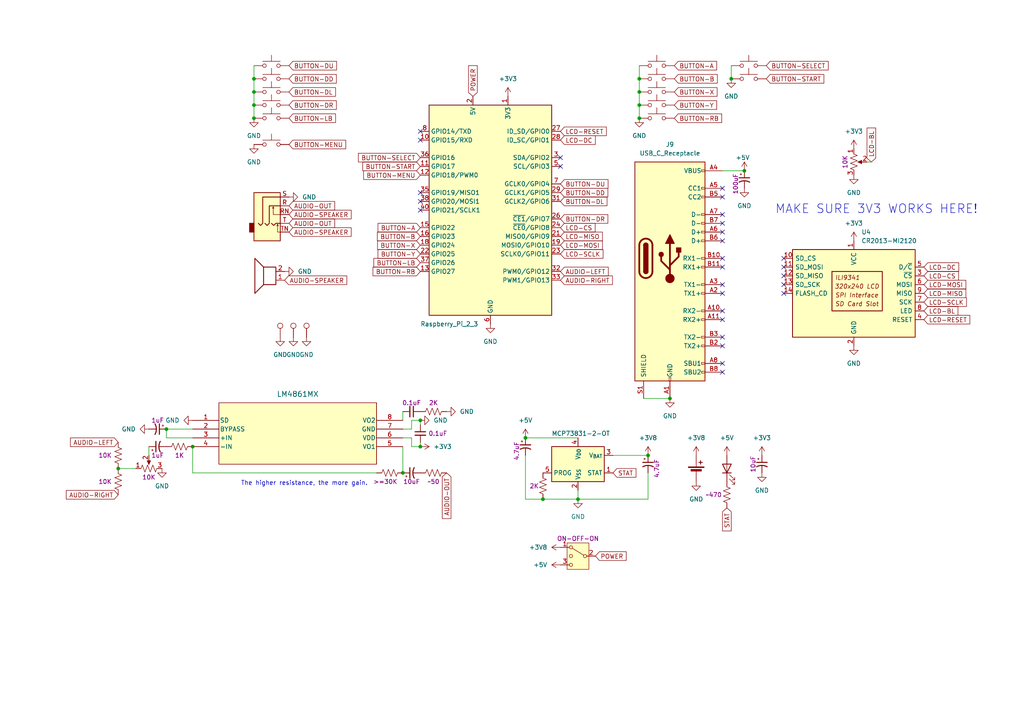
<source format=kicad_sch>
(kicad_sch (version 20230121) (generator eeschema)
  (paper "A4")
  (lib_symbols
    (symbol "Battery_Management:MCP73831-2-OT"
      (property "Reference" "U" (at -7.62 6.35 0))
      (property "Value" "MCP73831-2-OT" (at 1.27 6.35 0))
      (symbol "MCP73831-2-OT_0_1"
        (rectangle (start -7.62 5.08) (end 7.62 -5.08) (stroke (width 0.254)) (fill (type background)))
      )
      (symbol "MCP73831-2-OT_1_1"
        (pin tri_state line (at 10.16 -2.54 180) (length 2.54) (name "STAT") (number "1"))
        (pin power_in line (at 0 -7.62 90) (length 2.54) (name "V_{SS}") (number "2"))
        (pin power_out line (at 10.16 2.54 180) (length 2.54) (name "V_{BAT}") (number "3"))
        (pin power_in line (at 0 7.62 270) (length 2.54) (name "V_{DD}") (number "4"))
        (pin input line (at -10.16 -2.54 0) (length 2.54) (name "PROG") (number "5"))
      )
    )
    (symbol "Connector:Raspberry_Pi_2_3"
      (property "Reference" "J" (at -17.78 31.75 0))
      (property "Value" "Raspberry_Pi_2_3" (at 10.16 -31.75 0))
      (symbol "Raspberry_Pi_2_3_0_1"
        (rectangle (start -17.78 30.48) (end 17.78 -30.48) (stroke (width 0.254)) (fill (type background)))
      )
      (symbol "Raspberry_Pi_2_3_1_1"
        (pin power_in line (at 5.08 33.02 270) (length 2.54) (name "3V3") (number "1"))
        (pin bidirectional line (at -20.32 20.32 0) (length 2.54) (name "GPIO15/RXD") (number "10"))
        (pin bidirectional line (at -20.32 12.7 0) (length 2.54) (name "GPIO17") (number "11"))
        (pin bidirectional line (at -20.32 10.16 0) (length 2.54) (name "GPIO18/PWM0") (number "12"))
        (pin bidirectional line (at -20.32 -17.78 0) (length 2.54) (name "GPIO27") (number "13"))
        (pin passive line (at 0 -33.02 90) (length 2.54) hide (name "GND") (number "14"))
        (pin bidirectional line (at -20.32 -5.08 0) (length 2.54) (name "GPIO22") (number "15"))
        (pin bidirectional line (at -20.32 -7.62 0) (length 2.54) (name "GPIO23") (number "16"))
        (pin passive line (at 5.08 33.02 270) (length 2.54) hide (name "3V3") (number "17"))
        (pin bidirectional line (at -20.32 -10.16 0) (length 2.54) (name "GPIO24") (number "18"))
        (pin bidirectional line (at 20.32 -10.16 180) (length 2.54) (name "MOSI0/GPIO10") (number "19"))
        (pin power_in line (at -5.08 33.02 270) (length 2.54) (name "5V") (number "2"))
        (pin passive line (at 0 -33.02 90) (length 2.54) hide (name "GND") (number "20"))
        (pin bidirectional line (at 20.32 -7.62 180) (length 2.54) (name "MISO0/GPIO9") (number "21"))
        (pin bidirectional line (at -20.32 -12.7 0) (length 2.54) (name "GPIO25") (number "22"))
        (pin bidirectional line (at 20.32 -12.7 180) (length 2.54) (name "SCLK0/GPIO11") (number "23"))
        (pin bidirectional line (at 20.32 -5.08 180) (length 2.54) (name "~{CE0}/GPIO8") (number "24"))
        (pin passive line (at 0 -33.02 90) (length 2.54) hide (name "GND") (number "25"))
        (pin bidirectional line (at 20.32 -2.54 180) (length 2.54) (name "~{CE1}/GPIO7") (number "26"))
        (pin bidirectional line (at 20.32 22.86 180) (length 2.54) (name "ID_SD/GPIO0") (number "27"))
        (pin bidirectional line (at 20.32 20.32 180) (length 2.54) (name "ID_SC/GPIO1") (number "28"))
        (pin bidirectional line (at 20.32 5.08 180) (length 2.54) (name "GCLK1/GPIO5") (number "29"))
        (pin bidirectional line (at 20.32 15.24 180) (length 2.54) (name "SDA/GPIO2") (number "3"))
        (pin passive line (at 0 -33.02 90) (length 2.54) hide (name "GND") (number "30"))
        (pin bidirectional line (at 20.32 2.54 180) (length 2.54) (name "GCLK2/GPIO6") (number "31"))
        (pin bidirectional line (at 20.32 -17.78 180) (length 2.54) (name "PWM0/GPIO12") (number "32"))
        (pin bidirectional line (at 20.32 -20.32 180) (length 2.54) (name "PWM1/GPIO13") (number "33"))
        (pin passive line (at 0 -33.02 90) (length 2.54) hide (name "GND") (number "34"))
        (pin bidirectional line (at -20.32 5.08 0) (length 2.54) (name "GPIO19/MISO1") (number "35"))
        (pin bidirectional line (at -20.32 15.24 0) (length 2.54) (name "GPIO16") (number "36"))
        (pin bidirectional line (at -20.32 -15.24 0) (length 2.54) (name "GPIO26") (number "37"))
        (pin bidirectional line (at -20.32 2.54 0) (length 2.54) (name "GPIO20/MOSI1") (number "38"))
        (pin passive line (at 0 -33.02 90) (length 2.54) hide (name "GND") (number "39"))
        (pin passive line (at -5.08 33.02 270) (length 2.54) hide (name "5V") (number "4"))
        (pin bidirectional line (at -20.32 0 0) (length 2.54) (name "GPIO21/SCLK1") (number "40"))
        (pin bidirectional line (at 20.32 12.7 180) (length 2.54) (name "SCL/GPIO3") (number "5"))
        (pin power_in line (at 0 -33.02 90) (length 2.54) (name "GND") (number "6"))
        (pin bidirectional line (at 20.32 7.62 180) (length 2.54) (name "GCLK0/GPIO4") (number "7"))
        (pin bidirectional line (at -20.32 22.86 0) (length 2.54) (name "GPIO14/TXD") (number "8"))
        (pin passive line (at 0 -33.02 90) (length 2.54) hide (name "GND") (number "9"))
      )
    )
    (symbol "Connector:TestPoint" (pin_numbers hide) (pin_names (offset 0.762) hide)
      (property "Reference" "TP" (at 0 6.858 0))
      (property "Value" "TestPoint" (at 0 5.08 0))
      (symbol "TestPoint_0_1"
        (circle (center 0 3.302) (radius 0.762))
      )
      (symbol "TestPoint_1_1"
        (pin passive line (at 0 0 90) (length 2.54) (name "1") (number "1"))
      )
    )
    (symbol "Connector:USB_C_Receptacle" (pin_names (offset 1.016))
      (property "Reference" "J" (at -10.16 29.21 0))
      (property "Value" "USB_C_Receptacle" (at 10.16 29.21 0))
      (symbol "USB_C_Receptacle_0_0"
        (rectangle (start -0.254 -35.56) (end 0.254 -34.544))
        (rectangle (start 10.16 -32.766) (end 9.144 -33.274))
        (rectangle (start 10.16 -30.226) (end 9.144 -30.734))
        (rectangle (start 10.16 -25.146) (end 9.144 -25.654))
        (rectangle (start 10.16 -22.606) (end 9.144 -23.114))
        (rectangle (start 10.16 -17.526) (end 9.144 -18.034))
        (rectangle (start 10.16 -14.986) (end 9.144 -15.494))
        (rectangle (start 10.16 -9.906) (end 9.144 -10.414))
        (rectangle (start 10.16 -7.366) (end 9.144 -7.874))
        (rectangle (start 10.16 -2.286) (end 9.144 -2.794))
        (rectangle (start 10.16 0.254) (end 9.144 -0.254))
        (rectangle (start 10.16 5.334) (end 9.144 4.826))
        (rectangle (start 10.16 7.874) (end 9.144 7.366))
        (rectangle (start 10.16 10.414) (end 9.144 9.906))
        (rectangle (start 10.16 12.954) (end 9.144 12.446))
        (rectangle (start 10.16 18.034) (end 9.144 17.526))
        (rectangle (start 10.16 20.574) (end 9.144 20.066))
        (rectangle (start 10.16 25.654) (end 9.144 25.146))
      )
      (symbol "USB_C_Receptacle_0_1"
        (rectangle (start -10.16 27.94) (end 10.16 -35.56) (stroke (width 0.254)) (fill (type background)))
        (arc (start -8.89 -3.81) (mid -6.985 -5.7067) (end -5.08 -3.81) (stroke (width 0.508)))
        (arc (start -7.62 -3.81) (mid -6.985 -4.4423) (end -6.35 -3.81) (stroke (width 0.254)))
        (arc (start -7.62 -3.81) (mid -6.985 -4.4423) (end -6.35 -3.81) (stroke (width 0.254)) (fill (type outline)))
        (rectangle (start -7.62 -3.81) (end -6.35 3.81) (stroke (width 0.254)) (fill (type outline)))
        (arc (start -6.35 3.81) (mid -6.985 4.4423) (end -7.62 3.81) (stroke (width 0.254)))
        (arc (start -6.35 3.81) (mid -6.985 4.4423) (end -7.62 3.81) (stroke (width 0.254)) (fill (type outline)))
        (arc (start -5.08 3.81) (mid -6.985 5.7067) (end -8.89 3.81) (stroke (width 0.508)))
        (polyline (pts (xy -8.89 -3.81) (xy -8.89 3.81)) (stroke (width 0.508)))
        (polyline (pts (xy -5.08 3.81) (xy -5.08 -3.81)) (stroke (width 0.508)))
      )
      (symbol "USB_C_Receptacle_1_1"
        (circle (center -2.54 1.143) (radius 0.635) (stroke (width 0.254)) (fill (type outline)))
        (circle (center 0 -5.842) (radius 1.27) (fill (type outline)))
        (polyline (pts (xy 0 -5.842) (xy 0 4.318)) (stroke (width 0.508)))
        (polyline (pts (xy 0 -3.302) (xy -2.54 -0.762) (xy -2.54 0.508)) (stroke (width 0.508)))
        (polyline (pts (xy 0 -2.032) (xy 2.54 0.508) (xy 2.54 1.778)) (stroke (width 0.508)))
        (polyline (pts (xy -1.27 4.318) (xy 0 6.858) (xy 1.27 4.318) (xy -1.27 4.318)) (stroke (width 0.254)) (fill (type outline)))
        (rectangle (start 1.905 1.778) (end 3.175 3.048) (stroke (width 0.254)) (fill (type outline)))
        (pin passive line (at 0 -40.64 90) (length 5.08) (name "GND") (number "A1"))
        (pin bidirectional line (at 15.24 -15.24 180) (length 5.08) (name "RX2-") (number "A10"))
        (pin bidirectional line (at 15.24 -17.78 180) (length 5.08) (name "RX2+") (number "A11"))
        (pin passive line (at 0 -40.64 90) (length 5.08) hide (name "GND") (number "A12"))
        (pin bidirectional line (at 15.24 -10.16 180) (length 5.08) (name "TX1+") (number "A2"))
        (pin bidirectional line (at 15.24 -7.62 180) (length 5.08) (name "TX1-") (number "A3"))
        (pin passive line (at 15.24 25.4 180) (length 5.08) (name "VBUS") (number "A4"))
        (pin bidirectional line (at 15.24 20.32 180) (length 5.08) (name "CC1") (number "A5"))
        (pin bidirectional line (at 15.24 7.62 180) (length 5.08) (name "D+") (number "A6"))
        (pin bidirectional line (at 15.24 12.7 180) (length 5.08) (name "D-") (number "A7"))
        (pin bidirectional line (at 15.24 -30.48 180) (length 5.08) (name "SBU1") (number "A8"))
        (pin passive line (at 15.24 25.4 180) (length 5.08) hide (name "VBUS") (number "A9"))
        (pin passive line (at 0 -40.64 90) (length 5.08) hide (name "GND") (number "B1"))
        (pin bidirectional line (at 15.24 0 180) (length 5.08) (name "RX1-") (number "B10"))
        (pin bidirectional line (at 15.24 -2.54 180) (length 5.08) (name "RX1+") (number "B11"))
        (pin passive line (at 0 -40.64 90) (length 5.08) hide (name "GND") (number "B12"))
        (pin bidirectional line (at 15.24 -25.4 180) (length 5.08) (name "TX2+") (number "B2"))
        (pin bidirectional line (at 15.24 -22.86 180) (length 5.08) (name "TX2-") (number "B3"))
        (pin passive line (at 15.24 25.4 180) (length 5.08) hide (name "VBUS") (number "B4"))
        (pin bidirectional line (at 15.24 17.78 180) (length 5.08) (name "CC2") (number "B5"))
        (pin bidirectional line (at 15.24 5.08 180) (length 5.08) (name "D+") (number "B6"))
        (pin bidirectional line (at 15.24 10.16 180) (length 5.08) (name "D-") (number "B7"))
        (pin bidirectional line (at 15.24 -33.02 180) (length 5.08) (name "SBU2") (number "B8"))
        (pin passive line (at 15.24 25.4 180) (length 5.08) hide (name "VBUS") (number "B9"))
        (pin passive line (at -7.62 -40.64 90) (length 5.08) (name "SHIELD") (number "S1"))
      )
    )
    (symbol "Connector_Audio:AudioJack3_SwitchTR"
      (property "Reference" "J" (at 0 8.89 0))
      (property "Value" "AudioJack3_SwitchTR" (at 0 6.35 0))
      (symbol "AudioJack3_SwitchTR_0_1"
        (rectangle (start -5.08 -5.08) (end -6.35 -7.62) (stroke (width 0.254)) (fill (type outline)))
        (polyline (pts (xy 0.508 -0.254) (xy 0.762 -0.762)))
        (polyline (pts (xy 1.778 -5.334) (xy 2.032 -5.842)))
        (polyline (pts (xy 0 -5.08) (xy 0.635 -5.715) (xy 1.27 -5.08) (xy 2.54 -5.08)) (stroke (width 0.254)))
        (polyline (pts (xy 2.54 -7.62) (xy 1.778 -7.62) (xy 1.778 -5.334) (xy 1.524 -5.842)))
        (polyline (pts (xy 2.54 -2.54) (xy 0.508 -2.54) (xy 0.508 -0.254) (xy 0.254 -0.762)))
        (polyline (pts (xy -1.905 -5.08) (xy -1.27 -5.715) (xy -0.635 -5.08) (xy -0.635 0) (xy 2.54 0)) (stroke (width 0.254)))
        (polyline (pts (xy 2.54 2.54) (xy -2.54 2.54) (xy -2.54 -5.08) (xy -3.175 -5.715) (xy -3.81 -5.08)) (stroke (width 0.254)))
        (rectangle (start 2.54 3.81) (end -5.08 -10.16) (stroke (width 0.254)) (fill (type background)))
      )
      (symbol "AudioJack3_SwitchTR_1_1"
        (pin passive line (at 5.08 0 180) (length 2.54) (name "~") (number "R"))
        (pin passive line (at 5.08 -2.54 180) (length 2.54) (name "~") (number "RN"))
        (pin passive line (at 5.08 2.54 180) (length 2.54) (name "~") (number "S"))
        (pin passive line (at 5.08 -5.08 180) (length 2.54) (name "~") (number "T"))
        (pin passive line (at 5.08 -7.62 180) (length 2.54) (name "~") (number "TN"))
      )
    )
    (symbol "Device:Battery_Cell" (pin_numbers hide) (pin_names (offset 0) hide)
      (property "Reference" "BT" (at 2.54 2.54 0))
      (property "Value" "Battery_Cell" (at 2.54 0 0))
      (symbol "Battery_Cell_0_1"
        (rectangle (start -2.286 1.778) (end 2.286 1.524) (fill (type outline)))
        (rectangle (start -1.524 1.016) (end 1.524 0.508) (fill (type outline)))
        (polyline (pts (xy 0 0.762) (xy 0 0)))
        (polyline (pts (xy 0 1.778) (xy 0 2.54)))
        (polyline (pts (xy 0.762 3.048) (xy 1.778 3.048)) (stroke (width 0.254)))
        (polyline (pts (xy 1.27 3.556) (xy 1.27 2.54)) (stroke (width 0.254)))
      )
      (symbol "Battery_Cell_1_1"
        (pin passive line (at 0 5.08 270) (length 2.54) (name "+") (number "1"))
        (pin passive line (at 0 -2.54 90) (length 2.54) (name "-") (number "2"))
      )
    )
    (symbol "Device:C_Polarized_Small_US" (pin_numbers hide) (pin_names (offset 0.254) hide)
      (property "Reference" "C" (at 0.254 1.778 0))
      (property "Value" "C_Polarized_Small_US" (at 0.254 -2.032 0))
      (symbol "C_Polarized_Small_US_0_1"
        (polyline (pts (xy -1.524 0.508) (xy 1.524 0.508)) (stroke (width 0.3048)))
        (polyline (pts (xy -1.27 1.524) (xy -0.762 1.524)))
        (polyline (pts (xy -1.016 1.27) (xy -1.016 1.778)))
        (arc (start 1.524 -0.762) (mid 0 -0.3734) (end -1.524 -0.762) (stroke (width 0.3048)))
      )
      (symbol "C_Polarized_Small_US_1_1"
        (pin passive line (at 0 2.54 270) (length 2.032) (name "~") (number "1"))
        (pin passive line (at 0 -2.54 90) (length 2.032) (name "~") (number "2"))
      )
    )
    (symbol "Device:C_Small" (pin_numbers hide) (pin_names (offset 0.254) hide)
      (property "Reference" "C" (at 0.254 1.778 0))
      (property "Value" "C_Small" (at 0.254 -2.032 0))
      (symbol "C_Small_0_1"
        (polyline (pts (xy -1.524 -0.508) (xy 1.524 -0.508)) (stroke (width 0.3302)))
        (polyline (pts (xy -1.524 0.508) (xy 1.524 0.508)) (stroke (width 0.3048)))
      )
      (symbol "C_Small_1_1"
        (pin passive line (at 0 2.54 270) (length 2.032) (name "~") (number "1"))
        (pin passive line (at 0 -2.54 90) (length 2.032) (name "~") (number "2"))
      )
    )
    (symbol "Device:LED" (pin_numbers hide) (pin_names (offset 1.016) hide)
      (property "Reference" "D" (at 0 2.54 0))
      (property "Value" "LED" (at 0 -2.54 0))
      (symbol "LED_0_1"
        (polyline (pts (xy -1.27 -1.27) (xy -1.27 1.27)) (stroke (width 0.254)))
        (polyline (pts (xy -1.27 0) (xy 1.27 0)))
        (polyline (pts (xy 1.27 -1.27) (xy 1.27 1.27) (xy -1.27 0) (xy 1.27 -1.27)) (stroke (width 0.254)))
        (polyline (pts (xy -3.048 -0.762) (xy -4.572 -2.286) (xy -3.81 -2.286) (xy -4.572 -2.286) (xy -4.572 -1.524)))
        (polyline (pts (xy -1.778 -0.762) (xy -3.302 -2.286) (xy -2.54 -2.286) (xy -3.302 -2.286) (xy -3.302 -1.524)))
      )
      (symbol "LED_1_1"
        (pin passive line (at -3.81 0 0) (length 2.54) (name "K") (number "1"))
        (pin passive line (at 3.81 0 180) (length 2.54) (name "A") (number "2"))
      )
    )
    (symbol "Device:R_Potentiometer_US" (pin_names (offset 1.016) hide)
      (property "Reference" "RV" (at -4.445 0 90))
      (property "Value" "R_Potentiometer_US" (at -2.54 0 90))
      (symbol "R_Potentiometer_US_0_1"
        (polyline (pts (xy 0 -2.286) (xy 0 -2.54)))
        (polyline (pts (xy 0 2.54) (xy 0 2.286)))
        (polyline (pts (xy 2.54 0) (xy 1.524 0)))
        (polyline (pts (xy 1.143 0) (xy 2.286 0.508) (xy 2.286 -0.508) (xy 1.143 0)) (fill (type outline)))
        (polyline (pts (xy 0 -0.762) (xy 1.016 -1.143) (xy 0 -1.524) (xy -1.016 -1.905) (xy 0 -2.286)))
        (polyline (pts (xy 0 0.762) (xy 1.016 0.381) (xy 0 0) (xy -1.016 -0.381) (xy 0 -0.762)))
        (polyline (pts (xy 0 2.286) (xy 1.016 1.905) (xy 0 1.524) (xy -1.016 1.143) (xy 0 0.762)))
      )
      (symbol "R_Potentiometer_US_1_1"
        (pin passive line (at 0 3.81 270) (length 1.27) (name "1") (number "1"))
        (pin passive line (at 3.81 0 180) (length 1.27) (name "2") (number "2"))
        (pin passive line (at 0 -3.81 90) (length 1.27) (name "3") (number "3"))
      )
    )
    (symbol "Device:R_US" (pin_numbers hide) (pin_names (offset 0))
      (property "Reference" "R" (at 2.54 0 90))
      (property "Value" "R_US" (at -2.54 0 90))
      (symbol "R_US_0_1"
        (polyline (pts (xy 0 -2.286) (xy 0 -2.54)))
        (polyline (pts (xy 0 2.286) (xy 0 2.54)))
        (polyline (pts (xy 0 -0.762) (xy 1.016 -1.143) (xy 0 -1.524) (xy -1.016 -1.905) (xy 0 -2.286)))
        (polyline (pts (xy 0 0.762) (xy 1.016 0.381) (xy 0 0) (xy -1.016 -0.381) (xy 0 -0.762)))
        (polyline (pts (xy 0 2.286) (xy 1.016 1.905) (xy 0 1.524) (xy -1.016 1.143) (xy 0 0.762)))
      )
      (symbol "R_US_1_1"
        (pin passive line (at 0 3.81 270) (length 1.27) (name "~") (number "1"))
        (pin passive line (at 0 -3.81 90) (length 1.27) (name "~") (number "2"))
      )
    )
    (symbol "Device:Speaker" (pin_names (offset 0) hide)
      (property "Reference" "LS" (at 1.27 5.715 0))
      (property "Value" "Speaker" (at 1.27 3.81 0))
      (symbol "Speaker_0_0"
        (rectangle (start -2.54 1.27) (end 1.016 -3.81) (stroke (width 0.254)))
        (polyline (pts (xy 1.016 1.27) (xy 3.556 3.81) (xy 3.556 -6.35) (xy 1.016 -3.81)) (stroke (width 0.254)))
      )
      (symbol "Speaker_1_1"
        (pin input line (at -5.08 0 0) (length 2.54) (name "1") (number "1"))
        (pin input line (at -5.08 -2.54 0) (length 2.54) (name "2") (number "2"))
      )
    )
    (symbol "Driver_Display:CR2013-MI2120" (pin_names (offset 0.762))
      (property "Reference" "U" (at -17.526 13.97 0))
      (property "Value" "CR2013-MI2120" (at 1.905 13.97 0))
      (symbol "CR2013-MI2120_0_0"
        (text "320x240 LCD" (at 0.889 2.032 0) (effects (font (size 1.27 1.27) italic)))
        (text "ILI9341" (at -5.461 4.572 0) (effects (font (size 1.27 1.27) italic) (justify left)))
        (text "SD Card Slot" (at -5.461 -3.048 0) (effects (font (size 1.27 1.27) italic) (justify left)))
        (text "SPI Interface" (at -5.461 -0.508 0) (effects (font (size 1.27 1.27) italic) (justify left)))
      )
      (symbol "CR2013-MI2120_0_1"
        (rectangle (start -17.78 12.7) (end 17.78 -12.7) (stroke (width 0.254)) (fill (type background)))
        (rectangle (start -6.35 6.35) (end 8.255 -5.08) (stroke (width 0.254)))
      )
      (symbol "CR2013-MI2120_1_1"
        (pin power_in line (at 0 15.24 270) (length 2.54) (name "VCC") (number "1"))
        (pin input line (at -20.32 10.16 0) (length 2.54) (name "SD_CS") (number "10"))
        (pin input line (at -20.32 7.62 0) (length 2.54) (name "SD_MOSI") (number "11"))
        (pin output line (at -20.32 5.08 0) (length 2.54) (name "SD_MISO") (number "12"))
        (pin input line (at -20.32 2.54 0) (length 2.54) (name "SD_SCK") (number "13"))
        (pin input line (at -20.32 0 0) (length 2.54) (name "FLASH_CD") (number "14"))
        (pin power_in line (at 0 -15.24 90) (length 2.54) (name "GND") (number "2"))
        (pin input line (at 20.32 5.08 180) (length 2.54) (name "~{CS}") (number "3"))
        (pin input line (at 20.32 -7.62 180) (length 2.54) (name "RESET") (number "4"))
        (pin input line (at 20.32 7.62 180) (length 2.54) (name "D/~{C}") (number "5"))
        (pin input line (at 20.32 2.54 180) (length 2.54) (name "MOSI") (number "6"))
        (pin input line (at 20.32 -2.54 180) (length 2.54) (name "SCK") (number "7"))
        (pin input line (at 20.32 -5.08 180) (length 2.54) (name "LED") (number "8"))
        (pin output line (at 20.32 0 180) (length 2.54) (name "MISO") (number "9"))
      )
    )
    (symbol "LM4861:LM4861MX" (pin_names (offset 0.254))
      (property "Reference" "U3" (at 30.48 10.16 0))
      (property "Value" "LM4861MX" (at 30.48 7.62 0))
      (symbol "LM4861MX_0_1"
        (polyline (pts (xy 7.62 -12.7) (xy 53.34 -12.7)) (stroke (width 0.127)))
        (polyline (pts (xy 7.62 5.08) (xy 7.62 -12.7)) (stroke (width 0.127)))
        (polyline (pts (xy 53.34 -12.7) (xy 53.34 5.08)) (stroke (width 0.127)))
        (polyline (pts (xy 53.34 5.08) (xy 7.62 5.08)) (stroke (width 0.127)))
        (pin input line (at 0 0 0) (length 7.62) (name "SD") (number "1"))
        (pin passive line (at 0 -2.54 0) (length 7.62) (name "BYPASS") (number "2"))
        (pin input line (at 0 -5.08 0) (length 7.62) (name "+IN") (number "3"))
        (pin input line (at 0 -7.62 0) (length 7.62) (name "-IN") (number "4"))
        (pin output line (at 60.96 -7.62 180) (length 7.62) (name "VO1") (number "5"))
        (pin power_in line (at 60.96 -5.08 180) (length 7.62) (name "VDD") (number "6"))
        (pin power_in line (at 60.96 -2.54 180) (length 7.62) (name "GND") (number "7"))
        (pin output line (at 60.96 0 180) (length 7.62) (name "VO2") (number "8"))
      )
      (symbol "LM4861MX_1_1"
        (rectangle (start 7.62 5.08) (end 53.34 -12.7) (fill (type background)))
      )
    )
    (symbol "Switch:SW_Push" (pin_numbers hide) (pin_names (offset 1.016) hide)
      (property "Reference" "SW" (at 1.27 2.54 0))
      (property "Value" "SW_Push" (at 0 -1.524 0))
      (symbol "SW_Push_0_1"
        (circle (center -2.032 0) (radius 0.508))
        (polyline (pts (xy 0 1.27) (xy 0 3.048)))
        (polyline (pts (xy 2.54 1.27) (xy -2.54 1.27)))
        (circle (center 2.032 0) (radius 0.508))
        (pin passive line (at -5.08 0 0) (length 2.54) (name "1") (number "1"))
        (pin passive line (at 5.08 0 180) (length 2.54) (name "2") (number "2"))
      )
    )
    (symbol "Switch:SW_SPDT_MSM" (pin_names (offset 0) hide)
      (property "Reference" "SW" (at 0 5.08 0))
      (property "Value" "SW_SPDT_MSM" (at 0 -5.08 0))
      (symbol "SW_SPDT_MSM_0_1"
        (circle (center -2.032 0) (radius 0.4572))
        (polyline (pts (xy -1.651 0.254) (xy 1.651 2.286)))
        (circle (center 2.032 -2.54) (radius 0.4572))
        (circle (center 2.032 0) (radius 0.4572))
        (circle (center 2.032 2.54) (radius 0.4572))
      )
      (symbol "SW_SPDT_MSM_1_1"
        (rectangle (start -3.175 3.81) (end 3.175 -3.81) (fill (type background)))
        (pin passive line (at 5.08 2.54 180) (length 2.54) (name "1") (number "1"))
        (pin passive line (at -5.08 0 0) (length 2.54) (name "3") (number "2"))
        (pin passive line (at 5.08 -2.54 180) (length 2.54) (name "4") (number "3"))
      )
    )
    (symbol "power:+3V3" (power) (pin_names (offset 0))
      (property "Value" "+3V3" (at 0 3.556 0))
      (symbol "+3V3_0_1"
        (polyline (pts (xy -0.762 1.27) (xy 0 2.54)))
        (polyline (pts (xy 0 0) (xy 0 2.54)))
        (polyline (pts (xy 0 2.54) (xy 0.762 1.27)))
      )
      (symbol "+3V3_1_1"
        (pin power_in line (at 0 0 90) (length 0) hide (name "+3V3") (number "1"))
      )
    )
    (symbol "power:+3V8" (power) (pin_names (offset 0))
      (property "Value" "+3V8" (at 0 3.556 0))
      (symbol "+3V8_0_1"
        (polyline (pts (xy -0.762 1.27) (xy 0 2.54)))
        (polyline (pts (xy 0 0) (xy 0 2.54)))
        (polyline (pts (xy 0 2.54) (xy 0.762 1.27)))
      )
      (symbol "+3V8_1_1"
        (pin power_in line (at 0 0 90) (length 0) hide (name "+3V8") (number "1"))
      )
    )
    (symbol "power:+5V" (power) (pin_names (offset 0))
      (property "Value" "+5V" (at 0 3.556 0))
      (symbol "+5V_0_1"
        (polyline (pts (xy -0.762 1.27) (xy 0 2.54)))
        (polyline (pts (xy 0 0) (xy 0 2.54)))
        (polyline (pts (xy 0 2.54) (xy 0.762 1.27)))
      )
      (symbol "+5V_1_1"
        (pin power_in line (at 0 0 90) (length 0) hide (name "+5V") (number "1"))
      )
    )
    (symbol "power:GND" (power) (pin_names (offset 0))
      (property "Value" "GND" (at 0 -3.81 0))
      (symbol "GND_0_1"
        (polyline (pts (xy 0 0) (xy 0 -1.27) (xy 1.27 -1.27) (xy 0 -2.54) (xy -1.27 -1.27) (xy 0 -1.27)))
      )
      (symbol "GND_1_1"
        (pin power_in line (at 0 0 270) (length 0) hide (name "GND") (number "1"))
      )
    )
  )
  (junction (at 152.4 127))
  (junction (at 55.88 129.54))
  (junction (at 157.48 144.78))
  (junction (at 73.66 22.86))
  (junction (at 187.96 132.08))
  (junction (at 121.92 129.54))
  (junction (at 185.42 22.86))
  (junction (at 167.64 144.78))
  (junction (at 212.09 22.86))
  (junction (at 215.9 49.53))
  (junction (at 194.31 115.57))
  (junction (at 116.84 137.16))
  (junction (at 48.26 124.46))
  (junction (at 185.42 26.67))
  (junction (at 34.29 135.89))
  (junction (at 121.92 121.92))
  (junction (at 73.66 34.29))
  (junction (at 185.42 30.48))
  (junction (at 185.42 34.29))
  (junction (at 73.66 30.48))
  (junction (at 73.66 26.67))
  (no_connect (at 209.55 100.33))
  (no_connect (at 227.33 74.93))
  (no_connect (at 209.55 74.93))
  (no_connect (at 209.55 57.15))
  (no_connect (at 209.55 92.71))
  (no_connect (at 209.55 90.17))
  (no_connect (at 227.33 80.01))
  (no_connect (at 209.55 97.79))
  (no_connect (at 121.92 40.64))
  (no_connect (at 209.55 64.77))
  (no_connect (at 121.92 60.96))
  (no_connect (at 227.33 77.47))
  (no_connect (at 162.56 45.72))
  (no_connect (at 209.55 62.23))
  (no_connect (at 209.55 85.09))
  (no_connect (at 209.55 105.41))
  (no_connect (at 121.92 38.1))
  (no_connect (at 209.55 69.85))
  (no_connect (at 227.33 82.55))
  (no_connect (at 209.55 107.95))
  (no_connect (at 162.56 48.26))
  (no_connect (at 121.92 58.42))
  (no_connect (at 209.55 82.55))
  (no_connect (at 209.55 54.61))
  (no_connect (at 209.55 67.31))
  (no_connect (at 227.33 85.09))
  (no_connect (at 209.55 77.47))
  (no_connect (at 121.92 55.88))
  (wire (pts (xy 252.73 46.99) (xy 251.46 46.99)))
  (wire (pts (xy 152.4 127) (xy 167.64 127)))
  (wire (pts (xy 119.38 129.54) (xy 121.92 129.54)))
  (wire (pts (xy 34.29 135.89) (xy 39.37 135.89)))
  (wire (pts (xy 209.55 49.53) (xy 215.9 49.53)))
  (wire (pts (xy 73.66 26.67) (xy 73.66 22.86)))
  (wire (pts (xy 157.48 144.78) (xy 167.64 144.78)))
  (wire (pts (xy 119.38 127) (xy 116.84 127)))
  (wire (pts (xy 185.42 30.48) (xy 185.42 26.67)))
  (wire (pts (xy 55.88 127) (xy 48.26 127)))
  (wire (pts (xy 119.38 124.46) (xy 119.38 121.92)))
  (wire (pts (xy 73.66 30.48) (xy 73.66 26.67)))
  (wire (pts (xy 167.64 144.78) (xy 167.64 142.24)))
  (wire (pts (xy 187.96 137.16) (xy 187.96 144.78)))
  (wire (pts (xy 212.09 22.86) (xy 212.09 19.05)))
  (wire (pts (xy 109.22 137.16) (xy 55.88 137.16)))
  (wire (pts (xy 121.92 129.54) (xy 121.92 128.27)))
  (wire (pts (xy 152.4 132.08) (xy 152.4 144.78)))
  (wire (pts (xy 55.88 124.46) (xy 48.26 124.46)))
  (wire (pts (xy 116.84 119.38) (xy 116.84 121.92)))
  (wire (pts (xy 187.96 144.78) (xy 167.64 144.78)))
  (wire (pts (xy 185.42 22.86) (xy 185.42 19.05)))
  (wire (pts (xy 121.92 121.92) (xy 121.92 123.19)))
  (wire (pts (xy 119.38 124.46) (xy 116.84 124.46)))
  (wire (pts (xy 185.42 26.67) (xy 185.42 22.86)))
  (wire (pts (xy 185.42 30.48) (xy 185.42 34.29)))
  (wire (pts (xy 119.38 127) (xy 119.38 129.54)))
  (wire (pts (xy 55.88 137.16) (xy 55.88 129.54)))
  (wire (pts (xy 48.26 124.46) (xy 48.26 127)))
  (wire (pts (xy 73.66 30.48) (xy 73.66 34.29)))
  (wire (pts (xy 43.18 129.54) (xy 43.18 132.08)))
  (wire (pts (xy 194.31 115.57) (xy 186.69 115.57)))
  (wire (pts (xy 187.96 132.08) (xy 177.8 132.08)))
  (wire (pts (xy 73.66 22.86) (xy 73.66 19.05)))
  (wire (pts (xy 116.84 129.54) (xy 116.84 137.16)))
  (wire (pts (xy 152.4 144.78) (xy 157.48 144.78)))
  (wire (pts (xy 119.38 121.92) (xy 121.92 121.92)))
  (text "The higher resistance, the more gain." (at 69.85 140.97 0) (effects (font (size 1.27 1.27)) (justify left bottom)))
  (text "MAKE SURE 3V3 WORKS HERE!" (at 224.79 62.23 0) (effects (font (size 2.54 2.54)) (justify left bottom)))
  (global_label "AUDIO-SPEAKER" (shape input) (at 83.82 62.23 0) (property "Intersheetrefs" "${INTERSHEET_REFS}" (effects hide)))
  (global_label "BUTTON-SELECT" (shape input) (at 121.92 45.72 180) (property "Intersheetrefs" "${INTERSHEET_REFS}" (effects hide)))
  (global_label "BUTTON-DL" (shape input) (at 162.56 58.42 0) (property "Intersheetrefs" "${INTERSHEET_REFS}" (effects hide)))
  (global_label "BUTTON-B" (shape input) (at 195.58 22.86 0) (property "Intersheetrefs" "${INTERSHEET_REFS}" (effects hide)))
  (global_label "AUDIO-OUT" (shape input) (at 83.82 59.69 0) (property "Intersheetrefs" "${INTERSHEET_REFS}" (effects hide)))
  (global_label "BUTTON-LB" (shape input) (at 121.92 76.2 180) (property "Intersheetrefs" "${INTERSHEET_REFS}" (effects hide)))
  (global_label "LCD-MISO" (shape input) (at 162.56 68.58 0) (property "Intersheetrefs" "${INTERSHEET_REFS}" (effects hide)))
  (global_label "LCD-SCLK" (shape input) (at 162.56 73.66 0) (property "Intersheetrefs" "${INTERSHEET_REFS}" (effects hide)))
  (global_label "AUDIO-OUT" (shape input) (at 83.82 64.77 0) (property "Intersheetrefs" "${INTERSHEET_REFS}" (effects hide)))
  (global_label "LCD-MOSI" (shape input) (at 267.97 82.55 0) (property "Intersheetrefs" "${INTERSHEET_REFS}" (effects hide)))
  (global_label "BUTTON-B" (shape input) (at 121.92 68.58 180) (property "Intersheetrefs" "${INTERSHEET_REFS}" (effects hide)))
  (global_label "BUTTON-X" (shape input) (at 195.58 26.67 0) (property "Intersheetrefs" "${INTERSHEET_REFS}" (effects hide)))
  (global_label "STAT" (shape input) (at 177.8 137.16 0) (property "Intersheetrefs" "${INTERSHEET_REFS}" (effects hide)))
  (global_label "BUTTON-Y" (shape input) (at 121.92 73.66 180) (property "Intersheetrefs" "${INTERSHEET_REFS}" (effects hide)))
  (global_label "BUTTON-A" (shape input) (at 195.58 19.05 0) (property "Intersheetrefs" "${INTERSHEET_REFS}" (effects hide)))
  (global_label "BUTTON-DR" (shape input) (at 83.82 30.48 0) (property "Intersheetrefs" "${INTERSHEET_REFS}" (effects hide)))
  (global_label "AUDIO-LEFT" (shape input) (at 162.56 78.74 0) (property "Intersheetrefs" "${INTERSHEET_REFS}" (effects hide)))
  (global_label "LCD-CS" (shape input) (at 267.97 80.01 0) (property "Intersheetrefs" "${INTERSHEET_REFS}" (effects hide)))
  (global_label "BUTTON-START" (shape input) (at 121.92 48.26 180) (property "Intersheetrefs" "${INTERSHEET_REFS}" (effects hide)))
  (global_label "AUDIO-RIGHT" (shape input) (at 34.29 143.51 180) (property "Intersheetrefs" "${INTERSHEET_REFS}" (effects hide)))
  (global_label "AUDIO-RIGHT" (shape input) (at 162.56 81.28 0) (property "Intersheetrefs" "${INTERSHEET_REFS}" (effects hide)))
  (global_label "BUTTON-MENU" (shape input) (at 83.82 41.91 0) (property "Intersheetrefs" "${INTERSHEET_REFS}" (effects hide)))
  (global_label "BUTTON-RB" (shape input) (at 121.92 78.74 180) (property "Intersheetrefs" "${INTERSHEET_REFS}" (effects hide)))
  (global_label "BUTTON-DU" (shape input) (at 162.56 53.34 0) (property "Intersheetrefs" "${INTERSHEET_REFS}" (effects hide)))
  (global_label "BUTTON-START" (shape input) (at 222.25 22.86 0) (property "Intersheetrefs" "${INTERSHEET_REFS}" (effects hide)))
  (global_label "BUTTON-DD" (shape input) (at 83.82 22.86 0) (property "Intersheetrefs" "${INTERSHEET_REFS}" (effects hide)))
  (global_label "BUTTON-A" (shape input) (at 121.92 66.04 180) (property "Intersheetrefs" "${INTERSHEET_REFS}" (effects hide)))
  (global_label "AUDIO-SPEAKER" (shape input) (at 82.55 81.28 0) (property "Intersheetrefs" "${INTERSHEET_REFS}" (effects hide)))
  (global_label "BUTTON-SELECT" (shape input) (at 222.25 19.05 0) (property "Intersheetrefs" "${INTERSHEET_REFS}" (effects hide)))
  (global_label "LCD-BL" (shape input) (at 267.97 90.17 0) (property "Intersheetrefs" "${INTERSHEET_REFS}" (effects hide)))
  (global_label "POWER" (shape input) (at 172.72 161.29 0) (property "Intersheetrefs" "${INTERSHEET_REFS}" (effects hide)))
  (global_label "BUTTON-DR" (shape input) (at 162.56 63.5 0) (property "Intersheetrefs" "${INTERSHEET_REFS}" (effects hide)))
  (global_label "LCD-DC" (shape input) (at 162.56 40.64 0) (property "Intersheetrefs" "${INTERSHEET_REFS}" (effects hide)))
  (global_label "BUTTON-LB" (shape input) (at 83.82 34.29 0) (property "Intersheetrefs" "${INTERSHEET_REFS}" (effects hide)))
  (global_label "BUTTON-DU" (shape input) (at 83.82 19.05 0) (property "Intersheetrefs" "${INTERSHEET_REFS}" (effects hide)))
  (global_label "LCD-DC" (shape input) (at 267.97 77.47 0) (property "Intersheetrefs" "${INTERSHEET_REFS}" (effects hide)))
  (global_label "LCD-MOSI" (shape input) (at 162.56 71.12 0) (property "Intersheetrefs" "${INTERSHEET_REFS}" (effects hide)))
  (global_label "LCD-RESET" (shape input) (at 267.97 92.71 0) (property "Intersheetrefs" "${INTERSHEET_REFS}" (effects hide)))
  (global_label "BUTTON-RB" (shape input) (at 195.58 34.29 0) (property "Intersheetrefs" "${INTERSHEET_REFS}" (effects hide)))
  (global_label "BUTTON-DD" (shape input) (at 162.56 55.88 0) (property "Intersheetrefs" "${INTERSHEET_REFS}" (effects hide)))
  (global_label "LCD-BL" (shape input) (at 252.73 46.99 90) (property "Intersheetrefs" "${INTERSHEET_REFS}" (effects hide)))
  (global_label "AUDIO-OUT" (shape input) (at 129.54 137.16 270) (property "Intersheetrefs" "${INTERSHEET_REFS}" (effects hide)))
  (global_label "LCD-MISO" (shape input) (at 267.97 85.09 0) (property "Intersheetrefs" "${INTERSHEET_REFS}" (effects hide)))
  (global_label "BUTTON-MENU" (shape input) (at 121.92 50.8 180) (property "Intersheetrefs" "${INTERSHEET_REFS}" (effects hide)))
  (global_label "BUTTON-DL" (shape input) (at 83.82 26.67 0) (property "Intersheetrefs" "${INTERSHEET_REFS}" (effects hide)))
  (global_label "BUTTON-Y" (shape input) (at 195.58 30.48 0) (property "Intersheetrefs" "${INTERSHEET_REFS}" (effects hide)))
  (global_label "LCD-RESET" (shape input) (at 162.56 38.1 0) (property "Intersheetrefs" "${INTERSHEET_REFS}" (effects hide)))
  (global_label "STAT" (shape input) (at 210.82 147.32 270) (property "Intersheetrefs" "${INTERSHEET_REFS}" (effects hide)))
  (global_label "LCD-CS" (shape input) (at 162.56 66.04 0) (property "Intersheetrefs" "${INTERSHEET_REFS}" (effects hide)))
  (global_label "BUTTON-X" (shape input) (at 121.92 71.12 180) (property "Intersheetrefs" "${INTERSHEET_REFS}" (effects hide)))
  (global_label "POWER" (shape input) (at 137.16 27.94 90) (property "Intersheetrefs" "${INTERSHEET_REFS}" (effects hide)))
  (global_label "AUDIO-LEFT" (shape input) (at 34.29 128.27 180) (property "Intersheetrefs" "${INTERSHEET_REFS}" (effects hide)))
  (global_label "AUDIO-SPEAKER" (shape input) (at 83.82 67.31 0) (property "Intersheetrefs" "${INTERSHEET_REFS}" (effects hide)))
  (global_label "LCD-SCLK" (shape input) (at 267.97 87.63 0) (property "Intersheetrefs" "${INTERSHEET_REFS}" (effects hide)))
  (symbol (lib_id "Device:C_Small") (at 119.38 119.38 270) (unit 1)
    (property "Reference" "C7" (effects hide))
    (property "Value" "C_Small" (effects hide))
    (property "Footprint" "Capacitor_SMD:C_1206_3216Metric_Pad1.33x1.80mm_HandSolder" (effects hide))
    (property "Field4" "0.1uF" (at 119.38 116.84 90))
  )
  (symbol (lib_id "power:GND") (at 220.98 137.16 0) (unit 1)
    (property "Reference" "#PWR055" (effects hide))
    (property "Value" "GND" (at 220.98 142.24 0))
  )
  (symbol (lib_id "Device:R_US") (at 157.48 140.97 0) (unit 1)
    (property "Reference" "R1" (effects hide))
    (property "Value" "R_US" (effects hide))
    (property "Footprint" "Resistor_SMD:R_1206_3216Metric_Pad1.30x1.75mm_HandSolder" (effects hide))
    (property "Field4" "2K" (at 154.94 140.97 0))
  )
  (symbol (lib_id "power:+3V3") (at 247.65 69.85 0) (unit 1)
    (property "Reference" "#PWR026" (effects hide))
    (property "Value" "+3V3" (at 247.65 64.77 0))
  )
  (symbol (lib_id "Connector:TestPoint") (at 85.09 97.79 0) (unit 1)
    (property "Reference" "TP3" (effects hide))
    (property "Value" "TestPoint" (effects hide))
    (property "Footprint" "RPi02W-PeanutGB:ScrewHole-RPiZero" (effects hide))
  )
  (symbol (lib_id "power:+5V") (at 215.9 49.53 0) (unit 1)
    (property "Reference" "#PWR023" (effects hide))
    (property "Value" "+5V" (at 213.36 45.72 0) (effects (justify left)))
  )
  (symbol (lib_id "power:GND") (at 247.65 50.8 0) (unit 1)
    (property "Reference" "#PWR014" (effects hide))
    (property "Value" "GND" (at 247.65 55.88 0))
  )
  (symbol (lib_id "Device:C_Polarized_Small_US") (at 45.72 124.46 270) (unit 1)
    (property "Reference" "C4" (effects hide))
    (property "Value" "C_Polarized_Small_US" (effects hide))
    (property "Footprint" "Capacitor_SMD:CP_Elec_4x5.8" (effects hide))
    (property "Field4" "1uF" (at 45.72 121.92 90))
  )
  (symbol (lib_id "power:GND") (at 83.82 57.15 90) (unit 1)
    (property "Reference" "#PWR020" (effects hide))
    (property "Value" "GND" (at 87.63 57.15 90) (effects (justify right)))
  )
  (symbol (lib_id "power:GND") (at 215.9 54.61 0) (unit 1)
    (property "Reference" "#PWR053" (effects hide))
    (property "Value" "GND" (at 215.9 59.69 0))
  )
  (symbol (lib_id "power:+3V3") (at 147.32 27.94 0) (unit 1)
    (property "Reference" "#PWR01" (effects hide))
    (property "Value" "+3V3" (at 147.32 22.86 0))
  )
  (symbol (lib_id "Switch:SW_Push") (at 78.74 30.48 0) (unit 1)
    (property "Reference" "SW5" (effects hide))
    (property "Value" "SW_Push" (effects hide))
    (property "Footprint" "Button_Switch_THT:SW_PUSH_6mm" (effects hide))
  )
  (symbol (lib_id "Switch:SW_SPDT_MSM") (at 167.64 161.29 0) (mirror y) (unit 1)
    (property "Reference" "SW1" (effects hide))
    (property "Value" "SW_SPDT_MSM" (effects hide))
    (property "Footprint" "RPi02W-PeanutGB:48BFSP1M6QT" (effects hide))
    (property "Field4" "ON-OFF-ON" (at 167.64 156.21 0))
  )
  (symbol (lib_id "Device:C_Small") (at 121.92 125.73 0) (unit 1)
    (property "Reference" "C6" (effects hide))
    (property "Value" "C_Small" (effects hide))
    (property "Footprint" "Capacitor_SMD:C_1206_3216Metric_Pad1.33x1.80mm_HandSolder" (effects hide))
    (property "Field4" "0.1uF" (at 127 125.73 0))
  )
  (symbol (lib_id "Device:C_Polarized_Small_US") (at 45.72 129.54 90) (unit 1)
    (property "Reference" "C3" (effects hide))
    (property "Value" "C_Polarized_Small_US" (effects hide))
    (property "Footprint" "Capacitor_SMD:CP_Elec_4x5.8" (effects hide))
    (property "Field4" "1uF" (at 45.72 132.08 90))
  )
  (symbol (lib_id "power:+3V3") (at 220.98 132.08 0) (unit 1)
    (property "Reference" "#PWR054" (effects hide))
    (property "Value" "+3V3" (at 220.98 127 0))
  )
  (symbol (lib_id "power:GND") (at 212.09 22.86 0) (unit 1)
    (property "Reference" "#PWR025" (effects hide))
    (property "Value" "GND" (at 212.09 27.94 0))
  )
  (symbol (lib_id "Switch:SW_Push") (at 190.5 34.29 0) (unit 1)
    (property "Reference" "SW11" (effects hide))
    (property "Value" "SW_Push" (effects hide))
    (property "Footprint" "Button_Switch_THT:SW_Tactile_SPST_Angled_PTS645Vx83-2LFS" (effects hide))
  )
  (symbol (lib_id "Device:R_US") (at 34.29 132.08 0) (unit 1)
    (property "Reference" "R3" (effects hide))
    (property "Value" "R_US" (effects hide))
    (property "Footprint" "Resistor_SMD:R_1206_3216Metric_Pad1.30x1.75mm_HandSolder" (effects hide))
    (property "Field4" "10K" (at 30.48 132.08 0))
  )
  (symbol (lib_id "power:GND") (at 73.66 34.29 0) (unit 1)
    (property "Reference" "#PWR056" (effects hide))
    (property "Value" "GND" (at 73.66 39.37 0))
  )
  (symbol (lib_id "power:GND") (at 129.54 119.38 90) (unit 1)
    (property "Reference" "#PWR021" (effects hide))
    (property "Value" "GND" (at 133.35 119.38 90) (effects (justify right)))
  )
  (symbol (lib_id "power:+3V8") (at 162.56 158.75 90) (unit 1)
    (property "Reference" "#PWR05" (effects hide))
    (property "Value" "+3V8" (at 158.75 158.75 90) (effects (justify left)))
  )
  (symbol (lib_id "power:GND") (at 201.93 139.7 0) (unit 1)
    (property "Reference" "#PWR06" (effects hide))
    (property "Value" "GND" (at 201.93 144.78 0))
  )
  (symbol (lib_id "Switch:SW_Push") (at 78.74 19.05 0) (unit 1)
    (property "Reference" "SW2" (effects hide))
    (property "Value" "SW_Push" (effects hide))
    (property "Footprint" "Button_Switch_THT:SW_PUSH_6mm" (effects hide))
  )
  (symbol (lib_id "Device:Battery_Cell") (at 201.93 137.16 0) (unit 1)
    (property "Reference" "BT1" (effects hide))
    (property "Value" "Battery_Cell" (effects hide))
    (property "Footprint" "Connector_JST:JST_PH_B2B-PH-K_1x02_P2.00mm_Vertical" (effects hide))
  )
  (symbol (lib_id "Device:C_Polarized_Small_US") (at 119.38 137.16 90) (unit 1)
    (property "Reference" "C5" (effects hide))
    (property "Value" "C_Polarized_Small_US" (effects hide))
    (property "Footprint" "Capacitor_SMD:CP_Elec_4x5.8" (effects hide))
    (property "Field4" "10uF" (at 119.38 139.7 90))
  )
  (symbol (lib_id "Device:R_US") (at 125.73 119.38 270) (unit 1)
    (property "Reference" "R8" (effects hide))
    (property "Value" "R_US" (effects hide))
    (property "Footprint" "Resistor_SMD:R_1206_3216Metric_Pad1.30x1.75mm_HandSolder" (effects hide))
    (property "Field4" "2K" (at 125.73 116.84 90))
  )
  (symbol (lib_id "power:GND") (at 142.24 93.98 0) (unit 1)
    (property "Reference" "#PWR03" (effects hide))
    (property "Value" "GND" (at 142.24 99.06 0))
  )
  (symbol (lib_id "power:GND") (at 46.99 135.89 0) (unit 1)
    (property "Reference" "#PWR015" (effects hide))
    (property "Value" "GND" (at 46.99 140.97 0))
  )
  (symbol (lib_id "power:+3V3") (at 247.65 43.18 0) (unit 1)
    (property "Reference" "#PWR036" (effects hide))
    (property "Value" "+3V3" (at 247.65 38.1 0))
  )
  (symbol (lib_id "Device:C_Polarized_Small_US") (at 220.98 134.62 0) (unit 1)
    (property "Reference" "C9" (effects hide))
    (property "Value" "C_Polarized_Small_US" (effects hide))
    (property "Footprint" "Capacitor_SMD:CP_Elec_4x5.8" (effects hide))
    (property "Field4" "10uF" (at 218.44 134.62 90))
  )
  (symbol (lib_id "power:GND") (at 88.9 97.79 0) (unit 1)
    (property "Reference" "#PWR012" (effects hide))
    (property "Value" "GND" (at 88.9 102.87 0))
  )
  (symbol (lib_id "power:GND") (at 167.64 144.78 0) (unit 1)
    (property "Reference" "#PWR09" (effects hide))
    (property "Value" "GND" (at 167.64 149.86 0))
  )
  (symbol (lib_id "Connector:Raspberry_Pi_2_3") (at 142.24 60.96 0) (unit 1)
    (property "Reference" "J1" (effects hide))
    (property "Value" "Raspberry_Pi_2_3" (at 121.92 93.98 0) (effects (justify left)))
    (property "Footprint" "Connector_PinHeader_2.54mm:PinHeader_2x20_P2.54mm_Vertical" (effects hide))
    (property "Datasheet" "https://www.raspberrypi.org/documentation/hardware/raspberrypi/schematics/rpi_SCH_3bplus_1p0_reduced.pdf" (effects hide))
  )
  (symbol (lib_id "power:GND") (at 185.42 34.29 0) (unit 1)
    (property "Reference" "#PWR057" (effects hide))
    (property "Value" "GND" (at 185.42 39.37 0))
  )
  (symbol (lib_id "power:GND") (at 85.09 97.79 0) (unit 1)
    (property "Reference" "#PWR037" (effects hide))
    (property "Value" "GND" (at 85.09 102.87 0))
  )
  (symbol (lib_id "Device:R_Potentiometer_US") (at 247.65 46.99 0) (unit 1)
    (property "Reference" "RV3" (effects hide))
    (property "Value" "R_Potentiometer_US" (effects hide))
    (property "Footprint" "Potentiometer_THT:Potentiometer_Bourns_PTV09A-2_Single_Horizontal" (effects hide))
    (property "Field4" "10K" (at 245.11 46.99 90))
  )
  (symbol (lib_id "power:GND") (at 247.65 100.33 0) (unit 1)
    (property "Reference" "#PWR027" (effects hide))
    (property "Value" "GND" (at 247.65 105.41 0))
  )
  (symbol (lib_id "Connector:USB_C_Receptacle") (at 194.31 74.93 0) (unit 1)
    (property "Reference" "J9" (at 194.31 41.91 0))
    (property "Value" "USB_C_Receptacle" (at 194.31 44.45 0))
    (property "Footprint" "Connector_USB:USB_C_Receptacle_GCT_USB4085" (effects hide))
    (property "Datasheet" "https://www.usb.org/sites/default/files/documents/usb_type-c.zip" (effects hide))
  )
  (symbol (lib_id "Switch:SW_Push") (at 217.17 19.05 0) (unit 1)
    (property "Reference" "SW12" (effects hide))
    (property "Value" "SW_Push" (effects hide))
    (property "Footprint" "Button_Switch_THT:SW_PUSH_6mm" (effects hide))
  )
  (symbol (lib_id "Driver_Display:CR2013-MI2120") (at 247.65 85.09 0) (unit 1)
    (property "Reference" "U4" (at 249.8441 67.31 0) (effects (justify left)))
    (property "Value" "CR2013-MI2120" (at 249.8441 69.85 0) (effects (justify left)))
    (property "Footprint" "Display:CR2013-MI2120" (effects hide))
    (property "Datasheet" "http://pan.baidu.com/s/11Y990" (effects hide))
  )
  (symbol (lib_id "Switch:SW_Push") (at 78.74 22.86 0) (unit 1)
    (property "Reference" "SW3" (effects hide))
    (property "Value" "SW_Push" (effects hide))
    (property "Footprint" "Button_Switch_THT:SW_PUSH_6mm" (effects hide))
  )
  (symbol (lib_id "power:GND") (at 55.88 121.92 270) (unit 1)
    (property "Reference" "#PWR017" (effects hide))
    (property "Value" "GND" (at 52.07 121.92 90) (effects (justify right)))
  )
  (symbol (lib_id "power:GND") (at 194.31 115.57 0) (unit 1)
    (property "Reference" "#PWR024" (effects hide))
    (property "Value" "GND" (at 194.31 120.65 0))
  )
  (symbol (lib_id "Switch:SW_Push") (at 190.5 22.86 0) (unit 1)
    (property "Reference" "SW7" (effects hide))
    (property "Value" "SW_Push" (effects hide))
    (property "Footprint" "Button_Switch_THT:SW_PUSH_6mm" (effects hide))
  )
  (symbol (lib_id "Device:C_Polarized_Small_US") (at 215.9 52.07 0) (unit 1)
    (property "Reference" "C8" (effects hide))
    (property "Value" "C_Polarized_Small_US" (effects hide))
    (property "Footprint" "Capacitor_THT:CP_Radial_D8.0mm_P2.50mm" (effects hide))
    (property "Field4" "100uF" (at 213.36 53.34 90))
  )
  (symbol (lib_id "Device:C_Polarized_Small_US") (at 187.96 134.62 0) (unit 1)
    (property "Reference" "C2" (effects hide))
    (property "Value" "C_Polarized_Small_US" (effects hide))
    (property "Footprint" "Capacitor_SMD:CP_Elec_4x5.8" (effects hide))
    (property "Field4" "4.7uF" (at 190.5 135.89 90))
  )
  (symbol (lib_id "Switch:SW_Push") (at 78.74 26.67 0) (unit 1)
    (property "Reference" "SW4" (effects hide))
    (property "Value" "SW_Push" (effects hide))
    (property "Footprint" "Button_Switch_THT:SW_PUSH_6mm" (effects hide))
  )
  (symbol (lib_id "power:+5V") (at 152.4 127 0) (unit 1)
    (property "Reference" "#PWR08" (effects hide))
    (property "Value" "+5V" (at 152.4 121.92 0))
  )
  (symbol (lib_id "Connector:TestPoint") (at 81.28 97.79 0) (unit 1)
    (property "Reference" "TP1" (effects hide))
    (property "Value" "TestPoint" (effects hide))
    (property "Footprint" "RPi02W-PeanutGB:ScrewHole-RPiZero" (effects hide))
  )
  (symbol (lib_id "Device:R_US") (at 113.03 137.16 270) (unit 1)
    (property "Reference" "R6" (effects hide))
    (property "Value" "R_US" (effects hide))
    (property "Footprint" "Resistor_SMD:R_1206_3216Metric_Pad1.30x1.75mm_HandSolder" (effects hide))
    (property "Field4" ">=30K" (at 111.76 139.7 90))
  )
  (symbol (lib_id "power:+3V3") (at 121.92 129.54 270) (unit 1)
    (property "Reference" "#PWR019" (effects hide))
    (property "Value" "+3V3" (at 125.73 129.54 90) (effects (justify left)))
  )
  (symbol (lib_id "power:+3V8") (at 187.96 132.08 0) (unit 1)
    (property "Reference" "#PWR07" (effects hide))
    (property "Value" "+3V8" (at 187.96 127 0))
  )
  (symbol (lib_id "Connector:TestPoint") (at 88.9 97.79 0) (unit 1)
    (property "Reference" "TP2" (effects hide))
    (property "Value" "TestPoint" (effects hide))
    (property "Footprint" "RPi02W-PeanutGB:ScrewHole-RPiZero" (effects hide))
  )
  (symbol (lib_id "power:+3V8") (at 201.93 132.08 0) (unit 1)
    (property "Reference" "#PWR02" (effects hide))
    (property "Value" "+3V8" (at 201.93 127 0))
  )
  (symbol (lib_id "Device:R_US") (at 210.82 143.51 0) (unit 1)
    (property "Reference" "R2" (effects hide))
    (property "Value" "R_US" (effects hide))
    (property "Footprint" "Resistor_SMD:R_1206_3216Metric_Pad1.30x1.75mm_HandSolder" (effects hide))
    (property "Field4" "~470" (at 207.01 143.51 0))
  )
  (symbol (lib_id "Switch:SW_Push") (at 78.74 34.29 0) (unit 1)
    (property "Reference" "SW10" (effects hide))
    (property "Value" "SW_Push" (effects hide))
    (property "Footprint" "Button_Switch_THT:SW_Tactile_SPST_Angled_PTS645Vx83-2LFS" (effects hide))
  )
  (symbol (lib_id "power:+5V") (at 210.82 132.08 0) (unit 1)
    (property "Reference" "#PWR010" (effects hide))
    (property "Value" "+5V" (at 210.82 127 0))
  )
  (symbol (lib_id "power:GND") (at 43.18 124.46 270) (unit 1)
    (property "Reference" "#PWR016" (effects hide))
    (property "Value" "GND" (at 39.37 124.46 90) (effects (justify right)))
  )
  (symbol (lib_id "Device:R_US") (at 52.07 129.54 270) (unit 1)
    (property "Reference" "R5" (effects hide))
    (property "Value" "R_US" (effects hide))
    (property "Footprint" "Resistor_SMD:R_1206_3216Metric_Pad1.30x1.75mm_HandSolder" (effects hide))
    (property "Field4" "1K" (at 52.07 132.08 90))
  )
  (symbol (lib_id "Device:LED") (at 210.82 135.89 90) (unit 1)
    (property "Reference" "D1" (effects hide))
    (property "Value" "LED" (effects hide))
    (property "Footprint" "RPi02W-PeanutGB:LED_Custom_D5.0mm" (effects hide))
  )
  (symbol (lib_id "Switch:SW_Push") (at 217.17 22.86 0) (unit 1)
    (property "Reference" "SW13" (effects hide))
    (property "Value" "SW_Push" (effects hide))
    (property "Footprint" "Button_Switch_THT:SW_PUSH_6mm" (effects hide))
  )
  (symbol (lib_id "Device:Speaker") (at 77.47 81.28 180) (unit 1)
    (property "Reference" "LS1" (effects hide))
    (property "Value" "Speaker" (effects hide))
    (property "Footprint" "Connector_JST:JST_PH_B2B-PH-K_1x02_P2.00mm_Vertical" (effects hide))
  )
  (symbol (lib_id "Device:C_Polarized_Small_US") (at 152.4 129.54 0) (unit 1)
    (property "Reference" "C1" (effects hide))
    (property "Value" "C_Polarized_Small_US" (effects hide))
    (property "Footprint" "Capacitor_SMD:CP_Elec_4x5.8" (effects hide))
    (property "Field4" "4.7uF" (at 149.86 130.81 90))
  )
  (symbol (lib_id "power:GND") (at 82.55 78.74 90) (unit 1)
    (property "Reference" "#PWR022" (effects hide))
    (property "Value" "GND" (at 86.36 78.74 90) (effects (justify right)))
  )
  (symbol (lib_id "power:+5V") (at 162.56 163.83 90) (unit 1)
    (property "Reference" "#PWR04" (effects hide))
    (property "Value" "+5V" (at 158.75 163.83 90) (effects (justify left)))
  )
  (symbol (lib_id "Battery_Management:MCP73831-2-OT") (at 167.64 134.62 0) (unit 1)
    (property "Reference" "U1" (effects hide))
    (property "Value" "MCP73831-2-OT" (at 160.02 125.73 0) (effects (justify left)))
    (property "Footprint" "Package_TO_SOT_SMD:SOT-23-5" (effects hide))
    (property "Datasheet" "http://ww1.microchip.com/downloads/en/DeviceDoc/20001984g.pdf" (effects hide))
  )
  (symbol (lib_id "Switch:SW_Push") (at 190.5 26.67 0) (unit 1)
    (property "Reference" "SW8" (effects hide))
    (property "Value" "SW_Push" (effects hide))
    (property "Footprint" "Button_Switch_THT:SW_PUSH_6mm" (effects hide))
  )
  (symbol (lib_id "Switch:SW_Push") (at 78.74 41.91 0) (unit 1)
    (property "Reference" "SW14" (effects hide))
    (property "Value" "SW_Push" (effects hide))
    (property "Footprint" "Button_Switch_THT:SW_PUSH_6mm" (effects hide))
  )
  (symbol (lib_id "Switch:SW_Push") (at 190.5 30.48 0) (unit 1)
    (property "Reference" "SW9" (effects hide))
    (property "Value" "SW_Push" (effects hide))
    (property "Footprint" "Button_Switch_THT:SW_PUSH_6mm" (effects hide))
  )
  (symbol (lib_id "Device:R_US") (at 34.29 139.7 0) (unit 1)
    (property "Reference" "R4" (effects hide))
    (property "Value" "R_US" (effects hide))
    (property "Footprint" "Resistor_SMD:R_1206_3216Metric_Pad1.30x1.75mm_HandSolder" (effects hide))
    (property "Field4" "10K" (at 30.48 139.7 0))
  )
  (symbol (lib_id "Connector_Audio:AudioJack3_SwitchTR") (at 78.74 59.69 0) (unit 1)
    (property "Reference" "J3" (effects hide))
    (property "Value" "AudioJack3_SwitchTR" (effects hide))
    (property "Footprint" "RPi02W-PeanutGB:Jack_3.5mm_Ledino_Edited_KB3SPRS_Horizontal" (effects hide))
  )
  (symbol (lib_id "LM4861:LM4861MX") (at 55.88 121.92 0) (unit 1)
    (property "Reference" "U3" (effects hide))
    (property "Value" "LM4861MX" (at 86.36 114.3 0) (effects (font (size 1.524 1.524))))
    (property "Footprint" "Package_SO:SO-8_3.9x4.9mm_P1.27mm" (effects hide))
    (property "Datasheet" "LM4861MX" (effects hide))
  )
  (symbol (lib_id "Device:R_US") (at 125.73 137.16 270) (unit 1)
    (property "Reference" "R7" (effects hide))
    (property "Value" "R_US" (effects hide))
    (property "Footprint" "Resistor_SMD:R_1206_3216Metric_Pad1.30x1.75mm_HandSolder" (effects hide))
    (property "Field4" "~50" (at 125.73 139.7 90))
  )
  (symbol (lib_id "power:GND") (at 81.28 97.79 0) (unit 1)
    (property "Reference" "#PWR011" (effects hide))
    (property "Value" "GND" (at 81.28 102.87 0))
  )
  (symbol (lib_id "power:GND") (at 121.92 121.92 90) (unit 1)
    (property "Reference" "#PWR018" (effects hide))
    (property "Value" "GND" (at 125.73 121.92 90) (effects (justify right)))
  )
  (symbol (lib_id "Device:R_Potentiometer_US") (at 43.18 135.89 90) (unit 1)
    (property "Reference" "RV2" (effects hide))
    (property "Value" "R_Potentiometer_US" (effects hide))
    (property "Footprint" "Potentiometer_THT:Potentiometer_Bourns_PTV09A-2_Single_Horizontal" (effects hide))
    (property "Field4" "10K" (at 43.18 138.43 90))
  )
  (symbol (lib_id "Switch:SW_Push") (at 190.5 19.05 0) (unit 1)
    (property "Reference" "SW6" (effects hide))
    (property "Value" "SW_Push" (effects hide))
    (property "Footprint" "Button_Switch_THT:SW_PUSH_6mm" (effects hide))
  )
  (symbol (lib_id "power:GND") (at 73.66 41.91 0) (unit 1)
    (property "Reference" "#PWR013" (effects hide))
    (property "Value" "GND" (at 73.66 46.99 0))
  )
)
</source>
